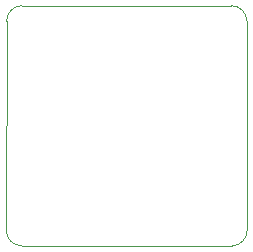
<source format=gbr>
%TF.GenerationSoftware,KiCad,Pcbnew,8.0.5*%
%TF.CreationDate,2024-09-21T22:48:15-06:00*%
%TF.ProjectId,KiCad_MiniBadge_Learning,4b694361-645f-44d6-996e-694261646765,rev?*%
%TF.SameCoordinates,Original*%
%TF.FileFunction,Profile,NP*%
%FSLAX46Y46*%
G04 Gerber Fmt 4.6, Leading zero omitted, Abs format (unit mm)*
G04 Created by KiCad (PCBNEW 8.0.5) date 2024-09-21 22:48:15*
%MOMM*%
%LPD*%
G01*
G04 APERTURE LIST*
%TA.AperFunction,Profile*%
%ADD10C,0.022970*%
%TD*%
G04 APERTURE END LIST*
D10*
%TO.C,U1*%
X139153802Y-88605000D02*
X139125541Y-106343881D01*
X140441882Y-107619998D02*
X158254681Y-107622859D01*
X158191918Y-87293802D02*
X140429919Y-87288659D01*
X159530798Y-106306518D02*
X159508259Y-88569919D01*
X139153802Y-88605000D02*
G75*
G02*
X140429919Y-87288659I1316973J2D01*
G01*
X140441882Y-107619998D02*
G75*
G02*
X139125541Y-106343881I1J1316976D01*
G01*
X158191918Y-87293802D02*
G75*
G02*
X159508263Y-88569919I-18J-1316998D01*
G01*
X159530798Y-106306518D02*
G75*
G02*
X158254681Y-107622863I-1316998J18D01*
G01*
%TD*%
M02*

</source>
